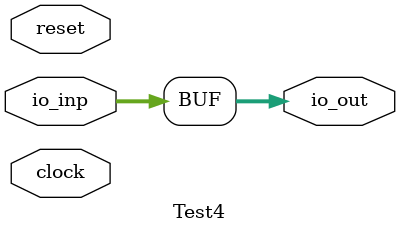
<source format=v>
module Test4(
  input         clock,
  input         reset,
  input  [15:0] io_inp,
  output [15:0] io_out
);
  assign io_out = io_inp; // @[Test4.scala 18:10]
endmodule

</source>
